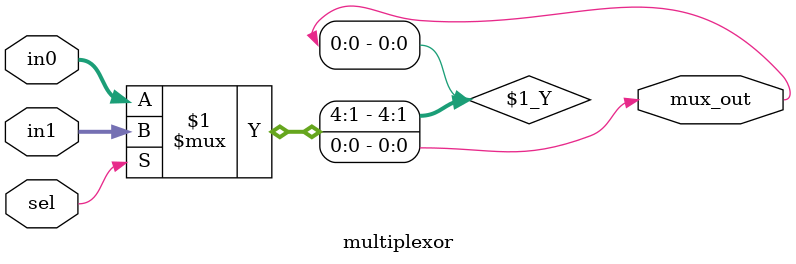
<source format=v>
module multiplexor
#(parameter WIDTH = 5)
(
    input   [WIDTH-1:0] in0, in1,
    input               sel,
    output wire         mux_out,
);

assign mux_out = sel ? in1 : in0;

endmodule
</source>
